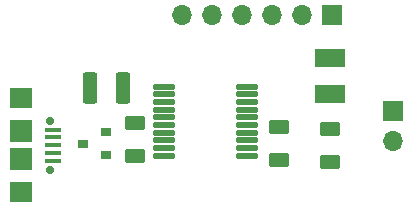
<source format=gts>
%TF.GenerationSoftware,KiCad,Pcbnew,(5.99.0-6951-g72beaf1538)*%
%TF.CreationDate,2020-11-29T14:33:23+11:00*%
%TF.ProjectId,contact-block-v4,636f6e74-6163-4742-9d62-6c6f636b2d76,rev?*%
%TF.SameCoordinates,Original*%
%TF.FileFunction,Soldermask,Top*%
%TF.FilePolarity,Negative*%
%FSLAX46Y46*%
G04 Gerber Fmt 4.6, Leading zero omitted, Abs format (unit mm)*
G04 Created by KiCad (PCBNEW (5.99.0-6951-g72beaf1538)) date 2020-11-29 14:33:23*
%MOMM*%
%LPD*%
G01*
G04 APERTURE LIST*
G04 Aperture macros list*
%AMRoundRect*
0 Rectangle with rounded corners*
0 $1 Rounding radius*
0 $2 $3 $4 $5 $6 $7 $8 $9 X,Y pos of 4 corners*
0 Add a 4 corners polygon primitive as box body*
4,1,4,$2,$3,$4,$5,$6,$7,$8,$9,$2,$3,0*
0 Add four circle primitives for the rounded corners*
1,1,$1+$1,$2,$3,0*
1,1,$1+$1,$4,$5,0*
1,1,$1+$1,$6,$7,0*
1,1,$1+$1,$8,$9,0*
0 Add four rect primitives between the rounded corners*
20,1,$1+$1,$2,$3,$4,$5,0*
20,1,$1+$1,$4,$5,$6,$7,0*
20,1,$1+$1,$6,$7,$8,$9,0*
20,1,$1+$1,$8,$9,$2,$3,0*%
G04 Aperture macros list end*
%ADD10R,1.350000X0.400000*%
%ADD11C,0.700000*%
%ADD12R,1.900000X1.800000*%
%ADD13R,1.900000X1.900000*%
%ADD14R,1.700000X1.700000*%
%ADD15O,1.700000X1.700000*%
%ADD16RoundRect,0.250000X-0.625000X0.375000X-0.625000X-0.375000X0.625000X-0.375000X0.625000X0.375000X0*%
%ADD17R,0.900000X0.800000*%
%ADD18RoundRect,0.125000X0.825000X0.125000X-0.825000X0.125000X-0.825000X-0.125000X0.825000X-0.125000X0*%
%ADD19RoundRect,0.250000X0.625000X-0.375000X0.625000X0.375000X-0.625000X0.375000X-0.625000X-0.375000X0*%
%ADD20R,2.600000X1.500000*%
%ADD21RoundRect,0.250000X-0.375000X-1.075000X0.375000X-1.075000X0.375000X1.075000X-0.375000X1.075000X0*%
G04 APERTURE END LIST*
D10*
%TO.C,J1*%
X100338000Y-85441000D03*
X100338000Y-86091000D03*
X100338000Y-86741000D03*
X100338000Y-87391000D03*
X100338000Y-88041000D03*
D11*
X100113000Y-84666000D03*
X100113000Y-88816000D03*
D12*
X97663000Y-82741000D03*
D13*
X97663000Y-85541000D03*
X97663000Y-87941000D03*
D12*
X97663000Y-90741000D03*
%TD*%
D14*
%TO.C,J3*%
X129159000Y-83820000D03*
D15*
X129159000Y-86360000D03*
%TD*%
D16*
%TO.C,R1*%
X123825000Y-85341000D03*
X123825000Y-88141000D03*
%TD*%
D17*
%TO.C,D2*%
X104886000Y-87564000D03*
X104886000Y-85664000D03*
X102886000Y-86614000D03*
%TD*%
D18*
%TO.C,U1*%
X116784000Y-87634000D03*
X116784000Y-86984000D03*
X116784000Y-86334000D03*
X116784000Y-85684000D03*
X116784000Y-85034000D03*
X116784000Y-84384000D03*
X116784000Y-83734000D03*
X116784000Y-83084000D03*
X116784000Y-82434000D03*
X116784000Y-81784000D03*
X109784000Y-81784000D03*
X109784000Y-82434000D03*
X109784000Y-83084000D03*
X109784000Y-83734000D03*
X109784000Y-84384000D03*
X109784000Y-85034000D03*
X109784000Y-85684000D03*
X109784000Y-86334000D03*
X109784000Y-86984000D03*
X109784000Y-87634000D03*
%TD*%
D19*
%TO.C,C2*%
X119507000Y-88011000D03*
X119507000Y-85211000D03*
%TD*%
D20*
%TO.C,D1*%
X123825000Y-82399000D03*
X123825000Y-79399000D03*
%TD*%
D16*
%TO.C,C1*%
X107315000Y-84833000D03*
X107315000Y-87633000D03*
%TD*%
D14*
%TO.C,J2*%
X123952000Y-75692000D03*
D15*
X121412000Y-75692000D03*
X118872000Y-75692000D03*
X116332000Y-75692000D03*
X113792000Y-75692000D03*
X111252000Y-75692000D03*
%TD*%
D21*
%TO.C,C3*%
X103502000Y-81915000D03*
X106302000Y-81915000D03*
%TD*%
M02*

</source>
